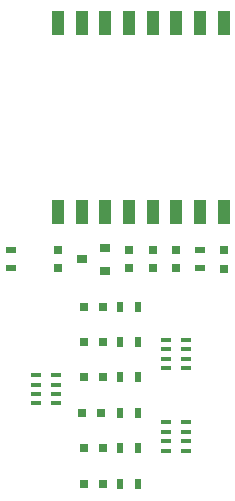
<source format=gbr>
G04 #@! TF.GenerationSoftware,KiCad,Pcbnew,(5.0.0)*
G04 #@! TF.CreationDate,2018-12-13T13:47:45+00:00*
G04 #@! TF.ProjectId,LoraThing,4C6F72615468696E672E6B696361645F,rev?*
G04 #@! TF.SameCoordinates,Original*
G04 #@! TF.FileFunction,Paste,Top*
G04 #@! TF.FilePolarity,Positive*
%FSLAX46Y46*%
G04 Gerber Fmt 4.6, Leading zero omitted, Abs format (unit mm)*
G04 Created by KiCad (PCBNEW (5.0.0)) date 12/13/18 13:47:45*
%MOMM*%
%LPD*%
G01*
G04 APERTURE LIST*
%ADD10R,0.800000X0.800000*%
%ADD11R,0.750000X0.800000*%
%ADD12R,0.500000X0.900000*%
%ADD13R,0.900000X0.500000*%
%ADD14R,0.900000X0.800000*%
%ADD15R,1.000000X2.000000*%
%ADD16R,0.900000X0.400000*%
G04 APERTURE END LIST*
D10*
G04 #@! TO.C,D7*
X133000000Y-48200000D03*
X133000000Y-49800000D03*
G04 #@! TD*
D11*
G04 #@! TO.C,C1*
X119000000Y-48250000D03*
X119000000Y-49750000D03*
G04 #@! TD*
G04 #@! TO.C,C2*
X125000000Y-48250000D03*
X125000000Y-49750000D03*
G04 #@! TD*
G04 #@! TO.C,C3*
X129000000Y-49750000D03*
X129000000Y-48250000D03*
G04 #@! TD*
G04 #@! TO.C,C4*
X127000000Y-48250000D03*
X127000000Y-49750000D03*
G04 #@! TD*
D10*
G04 #@! TO.C,D1*
X122800000Y-68000000D03*
X121200000Y-68000000D03*
G04 #@! TD*
G04 #@! TO.C,D2*
X121200000Y-65000000D03*
X122800000Y-65000000D03*
G04 #@! TD*
G04 #@! TO.C,D3*
X122600000Y-62000000D03*
X121000000Y-62000000D03*
G04 #@! TD*
G04 #@! TO.C,D4*
X121200000Y-59000000D03*
X122800000Y-59000000D03*
G04 #@! TD*
G04 #@! TO.C,D5*
X122800000Y-56000000D03*
X121200000Y-56000000D03*
G04 #@! TD*
G04 #@! TO.C,D6*
X121200000Y-53000000D03*
X122800000Y-53000000D03*
G04 #@! TD*
D12*
G04 #@! TO.C,R1*
X125750000Y-68000000D03*
X124250000Y-68000000D03*
G04 #@! TD*
G04 #@! TO.C,R2*
X124250000Y-65000000D03*
X125750000Y-65000000D03*
G04 #@! TD*
G04 #@! TO.C,R3*
X125750000Y-62000000D03*
X124250000Y-62000000D03*
G04 #@! TD*
G04 #@! TO.C,R4*
X125750000Y-59000000D03*
X124250000Y-59000000D03*
G04 #@! TD*
G04 #@! TO.C,R5*
X124250000Y-56000000D03*
X125750000Y-56000000D03*
G04 #@! TD*
G04 #@! TO.C,R6*
X125750000Y-53000000D03*
X124250000Y-53000000D03*
G04 #@! TD*
D13*
G04 #@! TO.C,R7*
X131000000Y-49750000D03*
X131000000Y-48250000D03*
G04 #@! TD*
G04 #@! TO.C,R8*
X115000000Y-49750000D03*
X115000000Y-48250000D03*
G04 #@! TD*
D14*
G04 #@! TO.C,U1*
X121000000Y-49000000D03*
X123000000Y-48050000D03*
X123000000Y-49950000D03*
G04 #@! TD*
D15*
G04 #@! TO.C,U2*
X133000000Y-45000000D03*
X131000000Y-45000000D03*
X129000000Y-45000000D03*
X127000000Y-45000000D03*
X125000000Y-45000000D03*
X123000000Y-45000000D03*
X121000000Y-45000000D03*
X119000000Y-45000000D03*
X119000000Y-29000000D03*
X121000000Y-29000000D03*
X123000000Y-29000000D03*
X125000000Y-29000000D03*
X127000000Y-29000000D03*
X129000000Y-29000000D03*
X131000000Y-29000000D03*
X133000000Y-29000000D03*
G04 #@! TD*
D16*
G04 #@! TO.C,RN1*
X117150000Y-58800000D03*
X117150000Y-59600000D03*
X117150000Y-60400000D03*
X117150000Y-61200000D03*
X118850000Y-58800000D03*
X118850000Y-61200000D03*
X118850000Y-59600000D03*
X118850000Y-60400000D03*
G04 #@! TD*
G04 #@! TO.C,RN2*
X129850000Y-64400000D03*
X129850000Y-63600000D03*
X129850000Y-65200000D03*
X129850000Y-62800000D03*
X128150000Y-65200000D03*
X128150000Y-64400000D03*
X128150000Y-63600000D03*
X128150000Y-62800000D03*
G04 #@! TD*
G04 #@! TO.C,RN3*
X128150000Y-55800000D03*
X128150000Y-56600000D03*
X128150000Y-57400000D03*
X128150000Y-58200000D03*
X129850000Y-55800000D03*
X129850000Y-58200000D03*
X129850000Y-56600000D03*
X129850000Y-57400000D03*
G04 #@! TD*
M02*

</source>
